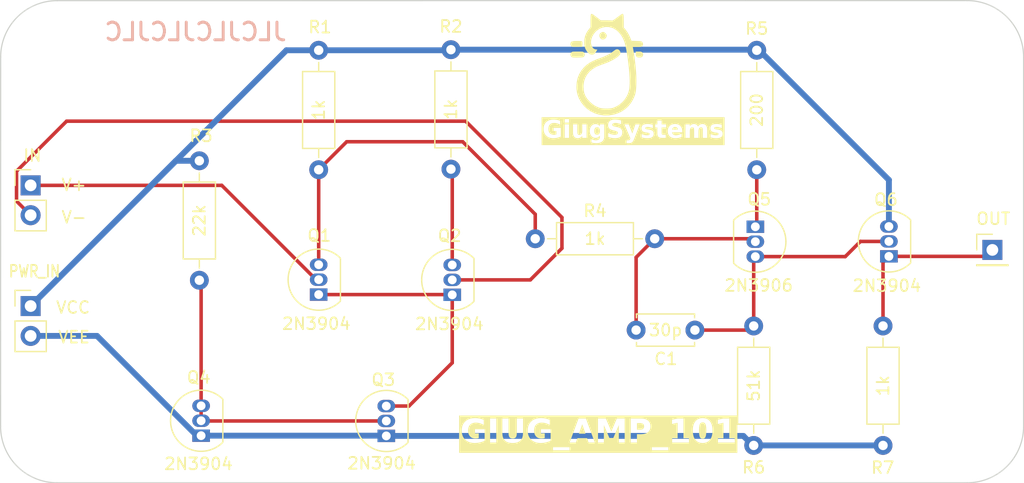
<source format=kicad_pcb>
(kicad_pcb (version 20240108) (generator "pcbnew") (generator_version "8.0")
  (title_block (title "Giug_Amp_101"))
  (layers (0 "F.Cu" signal) (31 "B.Cu" signal) (34 "B.Paste" user) (35 "F.Paste" user) (36 "B.SilkS" user "B.Silkscreen") (37 "F.SilkS" user "F.Silkscreen") (38 "B.Mask" user) (39 "F.Mask" user) (44 "Edge.Cuts" user))
  (net 0 "")
  (net 1 "Net-(Q5-C)")
  (net 2 "Net-(Q5-B)")
  (net 3 "V+")
  (net 4 "V-")
  (net 5 "VEE")
  (net 6 "VCC")
  (net 7 "OUT")
  (net 8 "Net-(Q1-E)")
  (net 9 "Net-(Q1-C)")
  (net 10 "Net-(Q2-C)")
  (net 11 "Net-(Q3-B)")
  (net 12 "Net-(Q5-E)")
  (footprint "Resistor_THT:R_Axial_DIN0207_L6.3mm_D2.5mm_P10.16mm_Horizontal" (layer "F.Cu") (at 80.5 51.17 -90)
    (property "Reference" "R2" (at -1.975 0 180) (layer "F.SilkS"))
    (property "Value" "1k" (at 5.08 0 90) (layer "F.SilkS"))
    (fp_line (start 1.81 1.37) (end 8.35 1.37) (stroke (width 0.12)) (layer "F.SilkS"))
    (fp_line (start 8.35 1.37) (end 8.35 -1.37) (stroke (width 0.12)) (layer "F.SilkS"))
    (fp_line (start 1.04 0) (end 1.81 0) (stroke (width 0.12)) (layer "F.SilkS"))
    (fp_line (start 9.12 0) (end 8.35 0) (stroke (width 0.12)) (layer "F.SilkS"))
    (fp_line (start 1.81 -1.37) (end 1.81 1.37) (stroke (width 0.12)) (layer "F.SilkS"))
    (fp_line (start 8.35 -1.37) (end 1.81 -1.37) (stroke (width 0.12)) (layer "F.SilkS"))
    (pad "1" thru_hole circle (at 0 0 270) (size 1.6 1.6) (drill 0.8) (layers "*.Cu" "*.Mask") (net 6 "VCC"))
    (pad "2" thru_hole oval (at 10.16 0 270) (size 1.6 1.6) (drill 0.8) (layers "*.Cu" "*.Mask") (net 10 "Net-(Q2-C)"))
  )
  (footprint "Package_TO_SOT_THT:TO-92_Inline" (layer "F.Cu") (at 80.61 72.02 90)
    (property "Reference" "Q2" (at 5.02 -0.22 0) (layer "F.SilkS"))
    (property "Value" "2N3904" (at -2.48 -0.25 0) (layer "F.SilkS"))
    (fp_line (start -0.53 1.85) (end 3.07 1.85) (stroke (width 0.12)) (layer "F.SilkS"))
    (fp_arc (start 1.27 -2.6) (mid 3.672087 -0.994977) (end 3.108478 1.838478) (stroke (width 0.12)) (layer "F.SilkS"))
    (fp_arc (start -0.568478 1.838478) (mid -1.132087 -0.994977) (end 1.27 -2.6) (stroke (width 0.12)) (layer "F.SilkS"))
    (pad "1" thru_hole rect (at 0 0 90) (size 1.05 1.5) (drill 0.75) (layers "*.Cu" "*.Mask") (net 8 "Net-(Q1-E)"))
    (pad "2" thru_hole oval (at 1.27 0 90) (size 1.05 1.5) (drill 0.75) (layers "*.Cu" "*.Mask") (net 4 "V-"))
    (pad "3" thru_hole oval (at 2.54 0 90) (size 1.05 1.5) (drill 0.75) (layers "*.Cu" "*.Mask") (net 10 "Net-(Q2-C)"))
  )
  (footprint "Capacitor_THT:C_Disc_D4.7mm_W2.5mm_P5.00mm" (layer "F.Cu") (at 101.25 75.02 180)
    (property "Reference" "C1" (at 2.47 -2.45 180) (layer "F.SilkS"))
    (property "Value" "30p" (at 2.5 0 0) (layer "F.SilkS"))
    (fp_line (start 4.97 1.055) (end 4.97 1.37) (stroke (width 0.12)) (layer "F.SilkS"))
    (fp_line (start 4.97 -1.37) (end 4.97 -1.055) (stroke (width 0.12)) (layer "F.SilkS"))
    (fp_line (start 0.03 1.37) (end 4.97 1.37) (stroke (width 0.12)) (layer "F.SilkS"))
    (fp_line (start 0.03 1.055) (end 0.03 1.37) (stroke (width 0.12)) (layer "F.SilkS"))
    (fp_line (start 0.03 -1.37) (end 4.97 -1.37) (stroke (width 0.12)) (layer "F.SilkS"))
    (fp_line (start 0.03 -1.37) (end 0.03 -1.055) (stroke (width 0.12)) (layer "F.SilkS"))
    (pad "1" thru_hole circle (at 0 0 180) (size 1.6 1.6) (drill 0.8) (layers "*.Cu" "*.Mask") (net 1 "Net-(Q5-C)"))
    (pad "2" thru_hole circle (at 5 0 180) (size 1.6 1.6) (drill 0.8) (layers "*.Cu" "*.Mask") (net 2 "Net-(Q5-B)"))
  )
  (footprint "Resistor_THT:R_Axial_DIN0207_L6.3mm_D2.5mm_P10.16mm_Horizontal" (layer "F.Cu") (at 106.51 61.38 90)
    (property "Reference" "R5" (at 12 0 0) (layer "F.SilkS"))
    (property "Value" "200" (at 5.08 0 90) (layer "F.SilkS"))
    (fp_line (start 8.35 -1.37) (end 1.81 -1.37) (stroke (width 0.12)) (layer "F.SilkS"))
    (fp_line (start 1.81 -1.37) (end 1.81 1.37) (stroke (width 0.12)) (layer "F.SilkS"))
    (fp_line (start 9.12 0) (end 8.35 0) (stroke (width 0.12)) (layer "F.SilkS"))
    (fp_line (start 1.04 0) (end 1.81 0) (stroke (width 0.12)) (layer "F.SilkS"))
    (fp_line (start 8.35 1.37) (end 8.35 -1.37) (stroke (width 0.12)) (layer "F.SilkS"))
    (fp_line (start 1.81 1.37) (end 8.35 1.37) (stroke (width 0.12)) (layer "F.SilkS"))
    (pad "1" thru_hole circle (at 0 0 90) (size 1.6 1.6) (drill 0.8) (layers "*.Cu" "*.Mask") (net 12 "Net-(Q5-E)"))
    (pad "2" thru_hole oval (at 10.16 0 90) (size 1.6 1.6) (drill 0.8) (layers "*.Cu" "*.Mask") (net 6 "VCC"))
  )
  (footprint "Resistor_THT:R_Axial_DIN0207_L6.3mm_D2.5mm_P10.16mm_Horizontal" (layer "F.Cu") (at 106.25 84.83 90)
    (property "Reference" "R6" (at -1.87 0 180) (layer "F.SilkS"))
    (property "Value" "51k" (at 5.08 0 90) (layer "F.SilkS"))
    (fp_line (start 8.35 -1.37) (end 1.81 -1.37) (stroke (width 0.12)) (layer "F.SilkS"))
    (fp_line (start 1.81 -1.37) (end 1.81 1.37) (stroke (width 0.12)) (layer "F.SilkS"))
    (fp_line (start 9.12 0) (end 8.35 0) (stroke (width 0.12)) (layer "F.SilkS"))
    (fp_line (start 1.04 0) (end 1.81 0) (stroke (width 0.12)) (layer "F.SilkS"))
    (fp_line (start 8.35 1.37) (end 8.35 -1.37) (stroke (width 0.12)) (layer "F.SilkS"))
    (fp_line (start 1.81 1.37) (end 8.35 1.37) (stroke (width 0.12)) (layer "F.SilkS"))
    (pad "1" thru_hole circle (at 0 0 90) (size 1.6 1.6) (drill 0.8) (layers "*.Cu" "*.Mask") (net 5 "VEE"))
    (pad "2" thru_hole oval (at 10.16 0 90) (size 1.6 1.6) (drill 0.8) (layers "*.Cu" "*.Mask") (net 1 "Net-(Q5-C)"))
  )
  (footprint "MountingHole:MountingHole_3.2mm_M3" (layer "F.Cu") (at 46.99 51.84)
    (property "Reference" "H1" (hide yes))
    (property "Value" "MountingHole" (hide yes))
    (pad "" np_thru_hole circle (at 0 0) (size 3.2 3.2) (drill 3.2) (layers "*.Cu" "*.Mask"))
  )
  (footprint "MountingHole:MountingHole_3.2mm_M3" (layer "F.Cu") (at 124.32 51.84)
    (property "Reference" "H2" (hide yes))
    (property "Value" "MountingHole" (hide yes))
    (pad "" np_thru_hole circle (at 0 0) (size 3.2 3.2) (drill 3.2) (layers "*.Cu" "*.Mask"))
  )
  (footprint "Connector_PinHeader_2.54mm:PinHeader_1x01_P2.54mm_Vertical" (layer "F.Cu") (at 126.55 68.2)
    (property "Reference" "OUT" (at 0.075 -2.65 0) (layer "F.SilkS"))
    (property "Value" "Conn_01x01_Pin" (hide yes))
    (fp_line (start -1.33 -1.33) (end 0 -1.33) (stroke (width 0.12)) (layer "F.SilkS"))
    (fp_line (start -1.33 0) (end -1.33 -1.33) (stroke (width 0.12)) (layer "F.SilkS"))
    (fp_line (start -1.33 1.27) (end -1.33 1.33) (stroke (width 0.12)) (layer "F.SilkS"))
    (fp_line (start -1.33 1.27) (end 1.33 1.27) (stroke (width 0.12)) (layer "F.SilkS"))
    (fp_line (start -1.33 1.33) (end 1.33 1.33) (stroke (width 0.12)) (layer "F.SilkS"))
    (fp_line (start 1.33 1.27) (end 1.33 1.33) (stroke (width 0.12)) (layer "F.SilkS"))
    (pad "1" thru_hole rect (at 0 0) (size 1.7 1.7) (drill 1) (layers "*.Cu" "*.Mask") (net 7 "OUT"))
  )
  (footprint "Resistor_THT:R_Axial_DIN0207_L6.3mm_D2.5mm_P10.16mm_Horizontal" (layer "F.Cu") (at 87.67 67.25)
    (property "Reference" "R4" (at 5.08 -2.37 0) (layer "F.SilkS"))
    (property "Value" "1k" (at 5.08 0 0) (layer "F.SilkS"))
    (fp_line (start 1.04 0) (end 1.81 0) (stroke (width 0.12)) (layer "F.SilkS"))
    (fp_line (start 1.81 -1.37) (end 1.81 1.37) (stroke (width 0.12)) (layer "F.SilkS"))
    (fp_line (start 1.81 1.37) (end 8.35 1.37) (stroke (width 0.12)) (layer "F.SilkS"))
    (fp_line (start 8.35 -1.37) (end 1.81 -1.37) (stroke (width 0.12)) (layer "F.SilkS"))
    (fp_line (start 8.35 1.37) (end 8.35 -1.37) (stroke (width 0.12)) (layer "F.SilkS"))
    (fp_line (start 9.12 0) (end 8.35 0) (stroke (width 0.12)) (layer "F.SilkS"))
    (pad "1" thru_hole circle (at 0 0) (size 1.6 1.6) (drill 0.8) (layers "*.Cu" "*.Mask") (net 9 "Net-(Q1-C)"))
    (pad "2" thru_hole oval (at 10.16 0) (size 1.6 1.6) (drill 0.8) (layers "*.Cu" "*.Mask") (net 2 "Net-(Q5-B)"))
  )
  (footprint "Package_TO_SOT_THT:TO-92_Inline" (layer "F.Cu") (at 75 84.02 90)
    (property "Reference" "Q3" (at 4.77 -0.25 0) (layer "F.SilkS"))
    (property "Value" "2N3904" (at -2.33 -0.4 0) (layer "F.SilkS"))
    (fp_line (start -0.53 1.85) (end 3.07 1.85) (stroke (width 0.12)) (layer "F.SilkS"))
    (fp_arc (start 1.27 -2.6) (mid 3.672087 -0.994977) (end 3.108478 1.838478) (stroke (width 0.12)) (layer "F.SilkS"))
    (fp_arc (start -0.568478 1.838478) (mid -1.132087 -0.994977) (end 1.27 -2.6) (stroke (width 0.12)) (layer "F.SilkS"))
    (pad "1" thru_hole rect (at 0 0 90) (size 1.05 1.5) (drill 0.75) (layers "*.Cu" "*.Mask") (net 5 "VEE"))
    (pad "2" thru_hole oval (at 1.27 0 90) (size 1.05 1.5) (drill 0.75) (layers "*.Cu" "*.Mask") (net 11 "Net-(Q3-B)"))
    (pad "3" thru_hole oval (at 2.54 0 90) (size 1.05 1.5) (drill 0.75) (layers "*.Cu" "*.Mask") (net 8 "Net-(Q1-E)"))
  )
  (footprint "Resistor_THT:R_Axial_DIN0207_L6.3mm_D2.5mm_P10.16mm_Horizontal" (layer "F.Cu") (at 69.25 51.22 -90)
    (property "Reference" "R1" (at -1.97 -0.11 180) (layer "F.SilkS"))
    (property "Value" "1k" (at 5.08 0 90) (layer "F.SilkS"))
    (fp_line (start 1.81 1.37) (end 8.35 1.37) (stroke (width 0.12)) (layer "F.SilkS"))
    (fp_line (start 8.35 1.37) (end 8.35 -1.37) (stroke (width 0.12)) (layer "F.SilkS"))
    (fp_line (start 1.04 0) (end 1.81 0) (stroke (width 0.12)) (layer "F.SilkS"))
    (fp_line (start 9.12 0) (end 8.35 0) (stroke (width 0.12)) (layer "F.SilkS"))
    (fp_line (start 1.81 -1.37) (end 1.81 1.37) (stroke (width 0.12)) (layer "F.SilkS"))
    (fp_line (start 8.35 -1.37) (end 1.81 -1.37) (stroke (width 0.12)) (layer "F.SilkS"))
    (pad "1" thru_hole circle (at 0 0 270) (size 1.6 1.6) (drill 0.8) (layers "*.Cu" "*.Mask") (net 6 "VCC"))
    (pad "2" thru_hole oval (at 10.16 0 270) (size 1.6 1.6) (drill 0.8) (layers "*.Cu" "*.Mask") (net 9 "Net-(Q1-C)"))
  )
  (footprint "Package_TO_SOT_THT:TO-92_Inline" (layer "F.Cu") (at 59.25 84 90)
    (property "Reference" "Q4" (at 4.95 -0.2 180) (layer "F.SilkS"))
    (property "Value" "2N3904" (at -2.4 -0.225 180) (layer "F.SilkS"))
    (fp_line (start -0.53 1.85) (end 3.07 1.85) (stroke (width 0.12)) (layer "F.SilkS"))
    (fp_arc (start 1.27 -2.6) (mid 3.672087 -0.994977) (end 3.108478 1.838478) (stroke (width 0.12)) (layer "F.SilkS"))
    (fp_arc (start -0.568478 1.838478) (mid -1.132087 -0.994977) (end 1.27 -2.6) (stroke (width 0.12)) (layer "F.SilkS"))
    (pad "1" thru_hole rect (at 0 0 90) (size 1.05 1.5) (drill 0.75) (layers "*.Cu" "*.Mask") (net 5 "VEE"))
    (pad "2" thru_hole oval (at 1.27 0 90) (size 1.05 1.5) (drill 0.75) (layers "*.Cu" "*.Mask") (net 11 "Net-(Q3-B)"))
    (pad "3" thru_hole oval (at 2.54 0 90) (size 1.05 1.5) (drill 0.75) (layers "*.Cu" "*.Mask") (net 11 "Net-(Q3-B)"))
  )
  (footprint "Connector_PinHeader_2.54mm:PinHeader_1x02_P2.54mm_Vertical" (layer "F.Cu") (at 44.75 72.975)
    (property "Reference" "PWR_IN" (at 0.33 -2.955 0) (layer "F.SilkS") (effects (font (size 1 0.8))))
    (property "Value" "Conn_01x02_Pin" (hide yes))
    (fp_line (start -1.33 -1.33) (end 0 -1.33) (stroke (width 0.12)) (layer "F.SilkS"))
    (fp_line (start -1.33 0) (end -1.33 -1.33) (stroke (width 0.12)) (layer "F.SilkS"))
    (fp_line (start -1.33 1.27) (end -1.33 3.87) (stroke (width 0.12)) (layer "F.SilkS"))
    (fp_line (start -1.33 1.27) (end 1.33 1.27) (stroke (width 0.12)) (layer "F.SilkS"))
    (fp_line (start -1.33 3.87) (end 1.33 3.87) (stroke (width 0.12)) (layer "F.SilkS"))
    (fp_line (start 1.33 1.27) (end 1.33 3.87) (stroke (width 0.12)) (layer "F.SilkS"))
    (pad "1" thru_hole rect (at 0 0) (size 1.7 1.7) (drill 1) (layers "*.Cu" "*.Mask") (net 6 "VCC"))
    (pad "2" thru_hole oval (at 0 2.54) (size 1.7 1.7) (drill 1) (layers "*.Cu" "*.Mask") (net 5 "VEE"))
  )
  (footprint "Package_TO_SOT_THT:TO-92_Inline" (layer "F.Cu") (at 69.25 72 90)
    (property "Reference" "Q1" (at 5.02 0.05 180) (layer "F.SilkS"))
    (property "Value" "2N3904" (at -2.48 -0.2 180) (layer "F.SilkS"))
    (fp_line (start -0.53 1.85) (end 3.07 1.85) (stroke (width 0.12)) (layer "F.SilkS"))
    (fp_arc (start 1.27 -2.6) (mid 3.672087 -0.994977) (end 3.108478 1.838478) (stroke (width 0.12)) (layer "F.SilkS"))
    (fp_arc (start -0.568478 1.838478) (mid -1.132087 -0.994977) (end 1.27 -2.6) (stroke (width 0.12)) (layer "F.SilkS"))
    (pad "1" thru_hole rect (at 0 0 90) (size 1.05 1.5) (drill 0.75) (layers "*.Cu" "*.Mask") (net 8 "Net-(Q1-E)"))
    (pad "2" thru_hole oval (at 1.27 0 90) (size 1.05 1.5) (drill 0.75) (layers "*.Cu" "*.Mask") (net 3 "V+"))
    (pad "3" thru_hole oval (at 2.54 0 90) (size 1.05 1.5) (drill 0.75) (layers "*.Cu" "*.Mask") (net 9 "Net-(Q1-C)"))
  )
  (footprint "MountingHole:MountingHole_3.2mm_M3" (layer "F.Cu") (at 46.99 82.91)
    (property "Reference" "H3" (hide yes))
    (property "Value" "MountingHole" (hide yes))
    (pad "" np_thru_hole circle (at 0 0) (size 3.2 3.2) (drill 3.2) (layers "*.Cu" "*.Mask"))
  )
  (footprint "Resistor_THT:R_Axial_DIN0207_L6.3mm_D2.5mm_P10.16mm_Horizontal" (layer "F.Cu") (at 59.1 60.62 -90)
    (property "Reference" "R3" (at -2.12 -0.15 180) (layer "F.SilkS"))
    (property "Value" "22k" (at 5.08 0 90) (layer "F.SilkS"))
    (fp_line (start 1.81 1.37) (end 8.35 1.37) (stroke (width 0.12)) (layer "F.SilkS"))
    (fp_line (start 8.35 1.37) (end 8.35 -1.37) (stroke (width 0.12)) (layer "F.SilkS"))
    (fp_line (start 1.04 0) (end 1.81 0) (stroke (width 0.12)) (layer "F.SilkS"))
    (fp_line (start 9.12 0) (end 8.35 0) (stroke (width 0.12)) (layer "F.SilkS"))
    (fp_line (start 1.81 -1.37) (end 1.81 1.37) (stroke (width 0.12)) (layer "F.SilkS"))
    (fp_line (start 8.35 -1.37) (end 1.81 -1.37) (stroke (width 0.12)) (layer "F.SilkS"))
    (pad "1" thru_hole circle (at 0 0 270) (size 1.6 1.6) (drill 0.8) (layers "*.Cu" "*.Mask") (net 6 "VCC"))
    (pad "2" thru_hole oval (at 10.16 0 270) (size 1.6 1.6) (drill 0.8) (layers "*.Cu" "*.Mask") (net 11 "Net-(Q3-B)"))
  )
  (footprint "Package_TO_SOT_THT:TO-92_Inline" (layer "F.Cu") (at 106.39 66.23 -90)
    (property "Reference" "Q5" (at -2.33 -0.335 180) (layer "F.SilkS"))
    (property "Value" "2N3906" (at 4.995 -0.285 180) (layer "F.SilkS"))
    (fp_line (start -0.53 1.85) (end 3.07 1.85) (stroke (width 0.12)) (layer "F.SilkS"))
    (fp_arc (start -0.568478 1.838478) (mid -1.132087 -0.994977) (end 1.27 -2.6) (stroke (width 0.12)) (layer "F.SilkS"))
    (fp_arc (start 1.27 -2.6) (mid 3.672087 -0.994977) (end 3.108478 1.838478) (stroke (width 0.12)) (layer "F.SilkS"))
    (pad "1" thru_hole rect (at 0 0 270) (size 1.05 1.5) (drill 0.75) (layers "*.Cu" "*.Mask") (net 12 "Net-(Q5-E)"))
    (pad "2" thru_hole oval (at 1.27 0 270) (size 1.05 1.5) (drill 0.75) (layers "*.Cu" "*.Mask") (net 2 "Net-(Q5-B)"))
    (pad "3" thru_hole oval (at 2.54 0 270) (size 1.05 1.5) (drill 0.75) (layers "*.Cu" "*.Mask") (net 1 "Net-(Q5-C)"))
  )
  (footprint "LOGO" (layer "F.Cu") (at 93.725 52.5)
    (property "Reference" "G***" (hide yes))
    (property "Value" "LOGO" (hide yes))
    (fp_poly (pts (xy -0.239256 -2.837029) (xy -0.155763 -2.796952) (xy -0.072156 -2.723419) (xy -0.005111 -2.635166) (xy 0.0287 -2.550927) (xy 0.030023 -2.534462) (xy 0.005021 -2.412056) (xy -0.061433 -2.309454) (xy -0.156511 -2.235106) (xy -0.267385 -2.197464) (xy -0.381226 -2.204978) (xy -0.434972 -2.228147) (xy -0.530358 -2.313529) (xy -0.587668 -2.427043) (xy -0.602455 -2.551165) (xy -0.570272 -2.668374) (xy -0.553615 -2.695619) (xy -0.467236 -2.779033) (xy -0.358078 -2.83029) (xy -0.249364 -2.838944)) (fill solid) (layer "F.SilkS"))
    (fp_poly (pts (xy 2.857781 -1.169026) (xy 2.938585 -1.160762) (xy 2.99246 -1.142263) (xy 3.035942 -1.109666) (xy 3.048764 -1.097228) (xy 3.110314 -0.999834) (xy 3.122458 -0.915721) (xy 3.099053 -0.795835) (xy 3.028921 -0.713608) (xy 2.912185 -0.66914) (xy 2.80721 -0.66052) (xy 2.69957 -0.665737) (xy 2.628646 -0.686018) (xy 2.571657 -0.728315) (xy 2.565656 -0.734215) (xy 2.522621 -0.787438) (xy 2.500244 -0.850431) (xy 2.492404 -0.944392) (xy 2.491962 -0.989416) (xy 2.491962 -1.170922) (xy 2.733516 -1.170922)) (fill solid) (layer "F.SilkS"))
    (fp_poly (pts (xy -2.294843 -2.071358) (xy -2.176927 -2.066091) (xy -2.101471 -2.049157) (xy -2.059693 -2.013885) (xy -2.042813 -1.953602) (xy -2.042048 -1.861636) (xy -2.047429 -1.755132) (xy -2.05662 -1.576241) (xy -2.479399 -1.567942) (xy -2.648653 -1.565272) (xy -2.769032 -1.565819) (xy -2.85167 -1.570796) (xy -2.907707 -1.581414) (xy -2.948278 -1.598885) (xy -2.982295 -1.622663) (xy -3.045981 -1.697923) (xy -3.062412 -1.786131) (xy -3.05547 -1.884437) (xy -3.029754 -1.957714) (xy -2.977923 -2.009464) (xy -2.892641 -2.043188) (xy -2.766567 -2.062387) (xy -2.592364 -2.070561) (xy -2.464002 -2.071632)) (fill solid) (layer "F.SilkS"))
    (fp_poly (pts (xy -2.269166 -1.170311) (xy -2.140134 -1.167728) (xy -2.051247 -1.162054) (xy -1.992557 -1.152166) (xy -1.954116 -1.136944) (xy -1.925975 -1.115267) (xy -1.922277 -1.111639) (xy -1.85961 -1.014521) (xy -1.841105 -0.905374) (xy -1.864806 -0.801305) (xy -1.928755 -0.719421) (xy -1.969991 -0.694439) (xy -2.03148 -0.68066) (xy -2.143012 -0.669972) (xy -2.29463 -0.663038) (xy -2.476377 -0.660521) (xy -2.479728 -0.66052) (xy -2.650136 -0.660944) (xy -2.771216 -0.663247) (xy -2.853683 -0.668983) (xy -2.908256 -0.679704) (xy -2.945652 -0.69696) (xy -2.976588 -0.722303) (xy -2.988717 -0.734215) (xy -3.050267 -0.831609) (xy -3.062412 -0.915721) (xy -3.037911 -1.030268) (xy -2.988717 -1.097228) (xy -2.958562 -1.125149) (xy -2.92617 -1.144947) (xy -2.881309 -1.158016) (xy -2.813747 -1.165752) (xy -2.713251 -1.169551) (xy -2.569587 -1.170808) (xy -2.448292 -1.170922)) (fill solid) (layer "F.SilkS"))
    (fp_poly (pts (xy 1.400196 -4.373932) (xy 1.427657 -4.340882) (xy 1.447331 -4.277567) (xy 1.460345 -4.177249) (xy 1.467828 -4.033195) (xy 1.470907 -3.838666) (xy 1.471158 -3.742369) (xy 1.471158 -3.217433) (xy 1.608476 -3.057357) (xy 1.777592 -2.827937) (xy 1.931579 -2.555212) (xy 2.043767 -2.300943) (xy 2.12706 -2.086643) (xy 2.5524 -2.071632) (xy 2.720061 -2.065357) (xy 2.838504 -2.058922) (xy 2.918526 -2.050175) (xy 2.970925 -2.036962) (xy 3.006495 -2.01713) (xy 3.036035 -1.988527) (xy 3.050099 -1.97238) (xy 3.111042 -1.864097) (xy 3.115863 -1.753734) (xy 3.064602 -1.652113) (xy 3.048764 -1.634924) (xy 3.014444 -1.603882) (xy 2.977071 -1.583048) (xy 2.924564 -1.570394) (xy 2.844842 -1.563894) (xy 2.725825 -1.561521) (xy 2.609493 -1.56123) (xy 2.243916 -1.56123) (xy 2.261479 -1.463653) (xy 2.29881 -1.254066) (xy 2.32889 -1.078432) (xy 2.354175 -0.92018) (xy 2.377121 -0.762737) (xy 2.400186 -0.589532) (xy 2.425823 -0.383991) (xy 2.445034 -0.225178) (xy 2.491458 0.197679) (xy 2.523469 0.579202) (xy 2.541998 0.936112) (xy 2.547976 1.285129) (xy 2.544559 1.56127) (xy 2.535052 1.833175) (xy 2.519158 2.058158) (xy 2.494187 2.24923) (xy 2.457447 2.419402) (xy 2.406245 2.581685) (xy 2.33789 2.749092) (xy 2.268148 2.897281) (xy 2.078213 3.218589) (xy 1.844514 3.502007) (xy 1.571862 3.744947) (xy 1.265065 3.944821) (xy 0.928935 4.099042) (xy 0.568279 4.205024) (xy 0.187908 4.260178) (xy -0.207368 4.261919) (xy -0.261307 4.257945) (xy -0.640842 4.19753) (xy -1.001368 4.082959) (xy -1.33764 3.917902) (xy -1.644409 3.706028) (xy -1.916427 3.451005) (xy -2.148447 3.156503) (xy -2.335222 2.826192) (xy -2.347694 2.799122) (xy -2.450438 2.535086) (xy -2.515513 2.271583) (xy -2.547217 1.987622) (xy -2.55201 1.801418) (xy -2.526607 1.425162) (xy -2.449335 1.076833) (xy -2.318596 0.751519) (xy -2.132793 0.444309) (xy -2.093191 0.390307) (xy -1.904439 0.165515) (xy -1.696141 -0.029983) (xy -1.459847 -0.201736) (xy -1.187111 -0.355291) (xy -0.869485 -0.496196) (xy -0.582536 -0.601781) (xy -0.222149 -0.737105) (xy 0.090497 -0.879699) (xy 0.350939 -1.027363) (xy 0.510402 -1.140971) (xy 0.613177 -1.220311) (xy 0.709025 -1.289364) (xy 0.780174 -1.33543) (xy 0.790312 -1.340993) (xy 0.901423 -1.370577) (xy 1.005598 -1.350622) (xy 1.094126 -1.29161) (xy 1.158295 -1.204023) (xy 1.189394 -1.098343) (xy 1.178713 -0.985053) (xy 1.145814 -0.913213) (xy 1.05397 -0.804584) (xy 0.91145 -0.685805) (xy 0.725856 -0.561204) (xy 0.504786 -0.43511) (xy 0.255843 -0.311854) (xy -0.013376 -0.195765) (xy -0.295268 -0.091172) (xy -0.300237 -0.08948) (xy -0.463103 -0.031605) (xy -0.625912 0.03059) (xy -0.769342 0.089478) (xy -0.8707 0.135733) (xy -1.174898 0.317286) (xy -1.431492 0.532479) (xy -1.638769 0.778667) (xy -1.795012 1.053203) (xy -1.898508 1.353441) (xy -1.947541 1.676734) (xy -1.951537 1.803628) (xy -1.934923 2.106611) (xy -1.881588 2.371071) (xy -1.786297 2.609589) (xy -1.643813 2.834743) (xy -1.448899 3.059111) (xy -1.41437 3.093919) (xy -1.182877 3.299982) (xy -0.949263 3.456661) (xy -0.698462 3.573207) (xy -0.555438 3.621264) (xy -0.41529 3.650301) (xy -0.236692 3.668744) (xy -0.03797 3.676527) (xy 0.162549 3.673586) (xy 0.346538 3.659856) (xy 0.49567 3.635272) (xy 0.533002 3.625113) (xy 0.825242 3.505701) (xy 1.100787 3.338321) (xy 1.349354 3.131634) (xy 1.560663 2.8943) (xy 1.724431 2.634981) (xy 1.736083 2.611684) (xy 1.819184 2.430652) (xy 1.880036 2.266385) (xy 1.922469 2.102041) (xy 1.950311 1.920778) (xy 1.967394 1.705752) (xy 1.973583 1.567227) (xy 1.975599 1.315619) (xy 1.965936 1.021497) (xy 1.945821 0.694777) (xy 1.916481 0.345377) (xy 1.879146 -0.016784) (xy 1.835043 -0.381791) (xy 1.7854 -0.739725) (xy 1.731445 -1.080669) (xy 1.674406 -1.394705) (xy 1.615511 -1.671916) (xy 1.555988 -1.902384) (xy 1.535787 -1.968455) (xy 1.412348 -2.277496) (xy 1.253332 -2.55423) (xy 1.063765 -2.792899) (xy 0.848673 -2.987749) (xy 0.613081 -3.133023) (xy 0.466364 -3.193197) (xy 0.19106 -3.255541) (xy -0.083443 -3.259909) (xy -0.349952 -3.20803) (xy -0.601273 -3.101633) (xy -0.830211 -2.942449) (xy -0.917817 -2.860413) (xy -1.081916 -2.660002) (xy -1.206283 -2.43858) (xy -1.28612 -2.208109) (xy -1.316625 -1.980555) (xy -1.312431 -1.876795) (xy -1.27317 -1.694517) (xy -1.199836 -1.543626) (xy -1.098573 -1.431556) (xy -0.975522 -1.365745) (xy -0.878192 -1.351176) (xy -0.811735 -1.346404) (xy -0.780885 -1.334933) (xy -0.780615 -1.333634) (xy -0.797897 -1.29275) (xy -0.842211 -1.221304) (xy -0.902261 -1.13496) (xy -0.96675 -1.049378) (xy -1.024382 -0.98022) (xy -1.060852 -0.945105) (xy -1.159353 -0.907837) (xy -1.280705 -0.90608) (xy -1.399319 -0.939862) (xy -1.409165 -0.944738) (xy -1.511252 -1.019187) (xy -1.618699 -1.132897) (xy -1.71739 -1.268326) (xy -1.793207 -1.407935) (xy -1.805125 -1.436719) (xy -1.851973 -1.601326) (xy -1.879118 -1.807198) (xy -1.884439 -1.89307) (xy -1.877032 -2.196755) (xy -1.822058 -2.473045) (xy -1.71591 -2.732802) (xy -1.554983 -2.986889) (xy -1.49615 -3.062807) (xy -1.351064 -3.242856) (xy -1.351064 -3.779454) (xy -1.350269 -3.977679) (xy -1.347446 -4.124092) (xy -1.341942 -4.226909) (xy -1.333103 -4.294351) (xy -1.320273 -4.334635) (xy -1.305314 -4.354021) (xy -1.279406 -4.371143) (xy -1.249951 -4.37553) (xy -1.20944 -4.363033) (xy -1.150364 -4.329506) (xy -1.065214 -4.2708) (xy -0.94648 -4.18277) (xy -0.816488 -4.084035) (xy -0.483034 -3.829654) (xy -0.023846 -3.828791) (xy 0.138985 -3.827066) (xy 0.282531 -3.822889) (xy 0.395127 -3.816801) (xy 0.465108 -3.809346) (xy 0.480378 -3.805323) (xy 0.519395 -3.81099) (xy 0.59474 -3.850909) (xy 0.709042 -3.926733) (xy 0.86493 -4.040115) (xy 0.922027 -4.083085) (xy 1.057377 -4.183607) (xy 1.178474 -4.269834) (xy 1.276336 -4.335659) (xy 1.34198 -4.374974) (xy 1.363819 -4.383452)) (fill solid) (layer "F.SilkS"))
  )
  (footprint "Connector_PinHeader_2.54mm:PinHeader_1x02_P2.54mm_Vertical" (layer "F.Cu") (at 44.75 62.71)
    (property "Reference" "IN" (at 0.15 -2.53 0) (layer "F.SilkS"))
    (property "Value" "Conn_01x02_Pin" (hide yes))
    (fp_line (start -1.33 -1.33) (end 0 -1.33) (stroke (width 0.12)) (layer "F.SilkS"))
    (fp_line (start -1.33 0) (end -1.33 -1.33) (stroke (width 0.12)) (layer "F.SilkS"))
    (fp_line (start -1.33 1.27) (end -1.33 3.87) (stroke (width 0.12)) (layer "F.SilkS"))
    (fp_line (start -1.33 1.27) (end 1.33 1.27) (stroke (width 0.12)) (layer "F.SilkS"))
    (fp_line (start -1.33 3.87) (end 1.33 3.87) (stroke (width 0.12)) (layer "F.SilkS"))
    (fp_line (start 1.33 1.27) (end 1.33 3.87) (stroke (width 0.12)) (layer "F.SilkS"))
    (pad "1" thru_hole rect (at 0 0) (size 1.7 1.7) (drill 1) (layers "*.Cu" "*.Mask") (net 3 "V+"))
    (pad "2" thru_hole oval (at 0 2.54) (size 1.7 1.7) (drill 1) (layers "*.Cu" "*.Mask") (net 4 "V-"))
  )
  (footprint "MountingHole:MountingHole_3.2mm_M3" (layer "F.Cu") (at 124.32 82.91)
    (property "Reference" "H4" (hide yes))
    (property "Value" "MountingHole" (hide yes))
    (pad "" np_thru_hole circle (at 0 0) (size 3.2 3.2) (drill 3.2) (layers "*.Cu" "*.Mask"))
  )
  (footprint "Package_TO_SOT_THT:TO-92_Inline" (layer "F.Cu") (at 117.75 68.75 90)
    (property "Reference" "Q6" (at 4.825 -0.25 180) (layer "F.SilkS"))
    (property "Value" "2N3904" (at -2.5 -0.175 180) (layer "F.SilkS"))
    (fp_line (start -0.53 1.85) (end 3.07 1.85) (stroke (width 0.12)) (layer "F.SilkS"))
    (fp_arc (start 1.27 -2.6) (mid 3.672087 -0.994977) (end 3.108478 1.838478) (stroke (width 0.12)) (layer "F.SilkS"))
    (fp_arc (start -0.568478 1.838478) (mid -1.132087 -0.994977) (end 1.27 -2.6) (stroke (width 0.12)) (layer "F.SilkS"))
    (pad "1" thru_hole rect (at 0 0 90) (size 1.05 1.5) (drill 0.75) (layers "*.Cu" "*.Mask") (net 7 "OUT"))
    (pad "2" thru_hole oval (at 1.27 0 90) (size 1.05 1.5) (drill 0.75) (layers "*.Cu" "*.Mask") (net 1 "Net-(Q5-C)"))
    (pad "3" thru_hole oval (at 2.54 0 90) (size 1.05 1.5) (drill 0.75) (layers "*.Cu" "*.Mask") (net 6 "VCC"))
  )
  (footprint "Resistor_THT:R_Axial_DIN0207_L6.3mm_D2.5mm_P10.16mm_Horizontal" (layer "F.Cu") (at 117.25 84.83 90)
    (property "Reference" "R7" (at -1.895 -0.025 180) (layer "F.SilkS"))
    (property "Value" "1k" (at 5.08 0 90) (layer "F.SilkS"))
    (fp_line (start 8.35 -1.37) (end 1.81 -1.37) (stroke (width 0.12)) (layer "F.SilkS"))
    (fp_line (start 1.81 -1.37) (end 1.81 1.37) (stroke (width 0.12)) (layer "F.SilkS"))
    (fp_line (start 9.12 0) (end 8.35 0) (stroke (width 0.12)) (layer "F.SilkS"))
    (fp_line (start 1.04 0) (end 1.81 0) (stroke (width 0.12)) (layer "F.SilkS"))
    (fp_line (start 8.35 1.37) (end 8.35 -1.37) (stroke (width 0.12)) (layer "F.SilkS"))
    (fp_line (start 1.81 1.37) (end 8.35 1.37) (stroke (width 0.12)) (layer "F.SilkS"))
    (pad "1" thru_hole circle (at 0 0 90) (size 1.6 1.6) (drill 0.8) (layers "*.Cu" "*.Mask") (net 5 "VEE"))
    (pad "2" thru_hole oval (at 10.16 0 90) (size 1.6 1.6) (drill 0.8) (layers "*.Cu" "*.Mask") (net 7 "OUT"))
  )
  (gr_line (start 46.994113 88.005887) (end 124.405887 88.005887) (stroke (width 0.1)) (layer "Edge.Cuts"))
  (gr_arc (start 42.2 51.8) (mid 43.605887 48.405887) (end 47 47) (stroke (width 0.1)) (layer "Edge.Cuts"))
  (gr_line (start 124.405887 46.994113) (end 47 47) (stroke (width 0.1)) (layer "Edge.Cuts"))
  (gr_arc (start 129.205887 83.205887) (mid 127.8 86.6) (end 124.405887 88.005887) (stroke (width 0.1)) (layer "Edge.Cuts"))
  (gr_arc (start 46.994113 88.005887) (mid 43.6 86.6) (end 42.194113 83.205887) (stroke (width 0.1)) (layer "Edge.Cuts"))
  (gr_line (start 129.205887 51.794113) (end 129.205887 83.205887) (stroke (width 0.1)) (layer "Edge.Cuts"))
  (gr_arc (start 124.405887 46.994113) (mid 127.799999 48.4) (end 129.205887 51.794113) (stroke (width 0.1)) (layer "Edge.Cuts"))
  (gr_line (start 42.2 51.8) (end 42.194113 83.205887) (stroke (width 0.1)) (layer "Edge.Cuts"))
  (gr_text "JLCJLCJLCJLC" (at 66.65 50.525 0) (layer "B.SilkS") (effects (font (size 1.5 1.5) (thickness 0.25)) (justify left bottom mirror)))
  (gr_text "GIUG_AMP_101" (at 81.275 84.925 0) (layer "F.SilkS" knockout) (effects (font (size 2 2) (thickness 0.2) (bold yes)) (justify left bottom)))
  (gr_text "V+" (at 48.43 62.67 0) (layer "F.SilkS") (effects (font (size 1 1))))
  (gr_text "GiugSystems" (at 88.275 58.925 0) (layer "F.SilkS" knockout) (effects (font (size 1.5 1.5) (thickness 0.3) (bold yes)) (justify left bottom)))
  (gr_text "VEE" (at 48.44 75.62 0) (layer "F.SilkS") (effects (font (size 1 1))))
  (gr_text "VCC" (at 48.36 73.1 0) (layer "F.SilkS") (effects (font (size 1 1))))
  (gr_text "V-" (at 48.44 65.42 0) (layer "F.SilkS") (effects (font (size 1 1))))
  (segment (start 101.25 75.02) (end 105.9 75.02) (width 0.3) (layer "F.Cu") (net 1))
  (segment (start 115.326346 67.48) (end 117.75 67.48) (width 0.3) (layer "F.Cu") (net 1))
  (segment (start 106.39 68.77) (end 114.036346 68.77) (width 0.3) (layer "F.Cu") (net 1))
  (segment (start 114.036346 68.77) (end 115.326346 67.48) (width 0.3) (layer "F.Cu") (net 1))
  (segment (start 106.25 74.67) (end 106.25 68.91) (width 0.3) (layer "F.Cu") (net 1))
  (segment (start 106.25 68.91) (end 106.39 68.77) (width 0.3) (layer "F.Cu") (net 1))
  (segment (start 105.9 75.02) (end 106.25 74.67) (width 0.3) (layer "F.Cu") (net 1))
  (segment (start 97.83 67.25) (end 106.14 67.25) (width 0.3) (layer "F.Cu") (net 2))
  (segment (start 96.25 68.83) (end 97.83 67.25) (width 0.3) (layer "F.Cu") (net 2))
  (segment (start 96.25 75.02) (end 96.25 68.83) (width 0.3) (layer "F.Cu") (net 2))
  (segment (start 106.14 67.25) (end 106.39 67.5) (width 0.3) (layer "F.Cu") (net 2))
  (segment (start 97.8 67.28) (end 97.83 67.25) (width 0.2) (layer "F.Cu") (net 2))
  (segment (start 61.005 62.71) (end 69.025 70.73) (width 0.3) (layer "F.Cu") (net 3))
  (segment (start 44.75 62.71) (end 61.005 62.71) (width 0.3) (layer "F.Cu") (net 3))
  (segment (start 69.025 70.73) (end 69.25 70.73) (width 0.3) (layer "F.Cu") (net 3))
  (segment (start 89.94 65.44) (end 89.94 68.06) (width 0.3) (layer "F.Cu") (net 4))
  (segment (start 47.81 57.25) (end 81.75 57.25) (width 0.3) (layer "F.Cu") (net 4))
  (segment (start 43.55 64.05) (end 43.55 61.51) (width 0.3) (layer "F.Cu") (net 4))
  (segment (start 44.75 65.25) (end 43.55 64.05) (width 0.3) (layer "F.Cu") (net 4))
  (segment (start 80.61 70.75) (end 80.488274 70.75) (width 0.2) (layer "F.Cu") (net 4))
  (segment (start 43.55 61.51) (end 47.81 57.25) (width 0.3) (layer "F.Cu") (net 4))
  (segment (start 89.94 68.06) (end 87.25 70.75) (width 0.3) (layer "F.Cu") (net 4))
  (segment (start 81.75 57.25) (end 89.94 65.44) (width 0.3) (layer "F.Cu") (net 4))
  (segment (start 87.25 70.75) (end 80.61 70.75) (width 0.3) (layer "F.Cu") (net 4))
  (segment (start 106.18 84.83) (end 105.37 84.02) (width 0.5) (layer "B.Cu") (net 5))
  (segment (start 74.98 84) (end 75 84.02) (width 0.3) (layer "B.Cu") (net 5))
  (segment (start 117.25 84.83) (end 106.25 84.83) (width 0.5) (layer "B.Cu") (net 5))
  (segment (start 50.395 75.515) (end 44.75 75.515) (width 0.5) (layer "B.Cu") (net 5))
  (segment (start 106.25 84.83) (end 106.18 84.83) (width 0.3) (layer "B.Cu") (net 5))
  (segment (start 58.88 84) (end 50.395 75.515) (width 0.5) (layer "B.Cu") (net 5))
  (segment (start 59.25 84) (end 58.88 84) (width 0.3) (layer "B.Cu") (net 5))
  (segment (start 59.25 84) (end 74.98 84) (width 0.5) (layer "B.Cu") (net 5))
  (segment (start 105.37 84.02) (end 75 84.02) (width 0.5) (layer "B.Cu") (net 5))
  (segment (start 117.75 62.25) (end 117.75 66.21) (width 0.5) (layer "B.Cu") (net 6))
  (segment (start 106.51 51.22) (end 106.72 51.22) (width 0.5) (layer "B.Cu") (net 6))
  (segment (start 80.45 51.22) (end 80.5 51.17) (width 0.3) (layer "B.Cu") (net 6))
  (segment (start 59.1 60.62) (end 57.105 60.62) (width 0.5) (layer "B.Cu") (net 6))
  (segment (start 69.25 51.22) (end 80.45 51.22) (width 0.5) (layer "B.Cu") (net 6))
  (segment (start 80.5 51.17) (end 106.46 51.17) (width 0.5) (layer "B.Cu") (net 6))
  (segment (start 57.105 60.62) (end 44.75 72.975) (width 0.5) (layer "B.Cu") (net 6))
  (segment (start 66.505 51.22) (end 44.75 72.975) (width 0.5) (layer "B.Cu") (net 6))
  (segment (start 69.25 51.22) (end 66.505 51.22) (width 0.5) (layer "B.Cu") (net 6))
  (segment (start 106.72 51.22) (end 117.75 62.25) (width 0.5) (layer "B.Cu") (net 6))
  (segment (start 106.46 51.17) (end 106.51 51.22) (width 0.3) (layer "B.Cu") (net 6))
  (segment (start 126 68.75) (end 126.55 68.2) (width 0.3) (layer "F.Cu") (net 7))
  (segment (start 117.25 74.67) (end 117.25 69.25) (width 0.3) (layer "F.Cu") (net 7))
  (segment (start 117.25 69.25) (end 117.75 68.75) (width 0.3) (layer "F.Cu") (net 7))
  (segment (start 117.75 68.75) (end 126 68.75) (width 0.3) (layer "F.Cu") (net 7))
  (segment (start 75 81.48) (end 76.93 81.48) (width 0.3) (layer "F.Cu") (net 8))
  (segment (start 81 72) (end 80.5 72) (width 0.2) (layer "F.Cu") (net 8))
  (segment (start 80.59 72) (end 80.61 72.02) (width 0.2) (layer "F.Cu") (net 8))
  (segment (start 80.61 77.8) (end 80.61 72.02) (width 0.3) (layer "F.Cu") (net 8))
  (segment (start 76.93 81.48) (end 80.61 77.8) (width 0.3) (layer "F.Cu") (net 8))
  (segment (start 69.25 72) (end 80.59 72) (width 0.3) (layer "F.Cu") (net 8))
  (segment (start 81.5 59) (end 71.63 59) (width 0.3) (layer "F.Cu") (net 9))
  (segment (start 69.25 61.38) (end 69.25 69.46) (width 0.3) (layer "F.Cu") (net 9))
  (segment (start 87.67 65.17) (end 81.5 59) (width 0.3) (layer "F.Cu") (net 9))
  (segment (start 71.63 59) (end 69.25 61.38) (width 0.3) (layer "F.Cu") (net 9))
  (segment (start 87.67 67.25) (end 87.67 65.17) (width 0.3) (layer "F.Cu") (net 9))
  (segment (start 80.61 69.48) (end 80.61 61.44) (width 0.3) (layer "F.Cu") (net 10))
  (segment (start 80.61 61.44) (end 80.5 61.33) (width 0.3) (layer "F.Cu") (net 10))
  (segment (start 75 82.75) (end 59.27 82.75) (width 0.3) (layer "F.Cu") (net 11))
  (segment (start 59.27 82.75) (end 59.25 82.73) (width 0.2) (layer "F.Cu") (net 11))
  (segment (start 59.25 81.46) (end 59.25 82.73) (width 0.3) (layer "F.Cu") (net 11))
  (segment (start 59.25 81.46) (end 59.25 70.93) (width 0.3) (layer "F.Cu") (net 11))
  (segment (start 59.25 70.93) (end 59.1 70.78) (width 0.3) (layer "F.Cu") (net 11))
  (segment (start 106.51 61.38) (end 106.51 66.11) (width 0.3) (layer "F.Cu") (net 12))
  (segment (start 106.51 66.11) (end 106.39 66.23) (width 0.3) (layer "F.Cu") (net 12))
)
</source>
